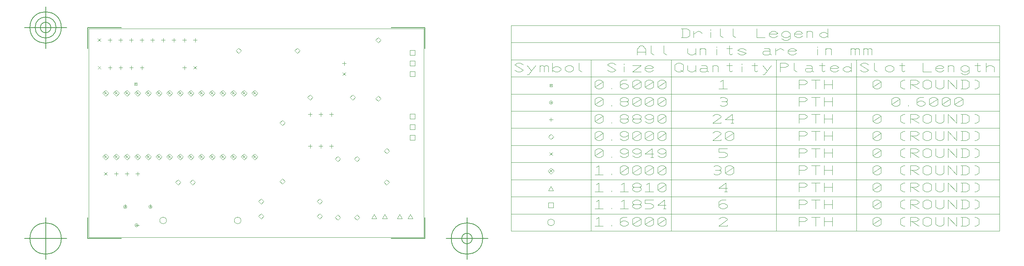
<source format=gbr>
G04 Generated by Ultiboard 14.0 *
%FSLAX34Y34*%
%MOMM*%

%ADD11C,0.0100*%
%ADD12C,0.1000*%
%ADD13C,0.0010*%
%ADD14C,0.1270*%


G04 ColorRGB 000000 for the following layer *
%LNDrill Symbols-Copper Top-Copper Bottom*%
%LPD*%
G54D11*
X46495Y406400D02*
X55385Y406400D01*
X50940Y401955D02*
X50940Y410845D01*
X22022Y409918D02*
X29057Y402882D01*
X22022Y402882D02*
X29057Y409918D01*
X71895Y406400D02*
X80785Y406400D01*
X76340Y401955D02*
X76340Y410845D01*
X122695Y406400D02*
X131585Y406400D01*
X127140Y401955D02*
X127140Y410845D01*
X97295Y406400D02*
X106185Y406400D01*
X101740Y401955D02*
X101740Y410845D01*
X97155Y472440D02*
X106045Y472440D01*
X101600Y467995D02*
X101600Y476885D01*
X21882Y468922D02*
X28918Y475958D01*
X21882Y475958D02*
X28918Y468922D01*
X71755Y472440D02*
X80645Y472440D01*
X76200Y467995D02*
X76200Y476885D01*
X46355Y472440D02*
X55245Y472440D01*
X50800Y467995D02*
X50800Y476885D01*
X147955Y472440D02*
X156845Y472440D01*
X152400Y467995D02*
X152400Y476885D01*
X122555Y472440D02*
X131445Y472440D01*
X127000Y467995D02*
X127000Y476885D01*
X173355Y472440D02*
X182245Y472440D01*
X177800Y467995D02*
X177800Y476885D01*
X224155Y472440D02*
X233045Y472440D01*
X228600Y467995D02*
X228600Y476885D01*
X198755Y472440D02*
X207645Y472440D01*
X203200Y467995D02*
X203200Y476885D01*
X249555Y472440D02*
X258445Y472440D01*
X254000Y467995D02*
X254000Y476885D01*
X250482Y402882D02*
X257518Y409918D01*
X250482Y409918D02*
X257518Y402882D01*
X224155Y406400D02*
X233045Y406400D01*
X228600Y401955D02*
X228600Y410845D01*
X606082Y387642D02*
X613118Y394678D01*
X606082Y394678D02*
X613118Y387642D01*
X609600Y412115D02*
X609600Y421005D01*
X605155Y416560D02*
X614045Y416560D01*
X629920Y328916D02*
X636284Y335280D01*
X629920Y341644D01*
X623556Y335280D01*
X629920Y328916D01*
X528320Y328916D02*
X534684Y335280D01*
X528320Y341644D01*
X521956Y335280D01*
X528320Y328916D01*
X523875Y294640D02*
X532765Y294640D01*
X528320Y290195D02*
X528320Y299085D01*
X549275Y218440D02*
X558165Y218440D01*
X553720Y213995D02*
X553720Y222885D01*
X574675Y218440D02*
X583565Y218440D01*
X579120Y213995D02*
X579120Y222885D01*
X549275Y294640D02*
X558165Y294640D01*
X553720Y290195D02*
X553720Y299085D01*
X574675Y294640D02*
X583565Y294640D01*
X579120Y290195D02*
X579120Y299085D01*
X523875Y218440D02*
X532765Y218440D01*
X528320Y213995D02*
X528320Y222885D01*
X248360Y125716D02*
X254724Y132080D01*
X248360Y138444D01*
X241996Y132080D01*
X248360Y125716D01*
X213360Y125716D02*
X219724Y132080D01*
X213360Y138444D01*
X206996Y132080D01*
X213360Y125716D01*
X711200Y200716D02*
X717564Y207080D01*
X711200Y213444D01*
X704836Y207080D01*
X711200Y200716D01*
X710700Y125716D02*
X717064Y132080D01*
X710700Y138444D01*
X704336Y132080D01*
X710700Y125716D01*
X86995Y152400D02*
X95885Y152400D01*
X91440Y147955D02*
X91440Y156845D01*
X61595Y152400D02*
X70485Y152400D01*
X66040Y147955D02*
X66040Y156845D01*
X37122Y148882D02*
X44158Y155918D01*
X37122Y155918D02*
X44158Y148882D01*
X112395Y152400D02*
X121285Y152400D01*
X116840Y147955D02*
X116840Y156845D01*
X110320Y29200D02*
G75*
D01*
G02X110320Y29200I4000J0*
G01*
X112764Y28057D02*
X112764Y29771D01*
X113653Y30914D01*
X114542Y30914D01*
X115431Y29771D01*
X115431Y28057D01*
X112764Y28914D02*
X115431Y28914D01*
X114320Y29200D02*
X120320Y29200D01*
X83320Y73200D02*
G75*
D01*
G02X83320Y73200I4000J0*
G01*
X85764Y72057D02*
X85764Y73771D01*
X86653Y74914D01*
X87542Y74914D01*
X88431Y73771D01*
X88431Y72057D01*
X85764Y72914D02*
X88431Y72914D01*
X87320Y73200D02*
X87320Y79200D01*
X143320Y73200D02*
G75*
D01*
G02X143320Y73200I4000J0*
G01*
X145764Y72057D02*
X145764Y73771D01*
X146653Y74914D01*
X147542Y74914D01*
X148431Y73771D01*
X148431Y72057D01*
X145764Y72914D02*
X148431Y72914D01*
X147320Y73200D02*
X147320Y79200D01*
X109500Y364500D02*
X115500Y364500D01*
X115500Y370500D01*
X109500Y370500D01*
X109500Y364500D01*
X111333Y366643D02*
X111333Y367929D01*
X112000Y368786D01*
X112667Y368786D01*
X113333Y367929D01*
X113333Y366643D01*
X111333Y367286D02*
X113333Y367286D01*
X690880Y326076D02*
X697244Y332440D01*
X690880Y338804D01*
X684516Y332440D01*
X690880Y326076D01*
X690880Y466076D02*
X697244Y472440D01*
X690880Y478804D01*
X684516Y472440D01*
X690880Y466076D01*
X357840Y440676D02*
X364204Y447040D01*
X357840Y453404D01*
X351476Y447040D01*
X357840Y440676D01*
X497840Y440676D02*
X504204Y447040D01*
X497840Y453404D01*
X491476Y447040D01*
X497840Y440676D01*
X640080Y41596D02*
X646444Y47960D01*
X640080Y54324D01*
X633716Y47960D01*
X640080Y41596D01*
X640080Y181596D02*
X646444Y187960D01*
X640080Y194324D01*
X633716Y187960D01*
X640080Y181596D01*
X594360Y41596D02*
X600724Y47960D01*
X594360Y54324D01*
X587996Y47960D01*
X594360Y41596D01*
X594360Y181596D02*
X600724Y187960D01*
X594360Y194324D01*
X587996Y187960D01*
X594360Y181596D01*
X462280Y127956D02*
X468644Y134320D01*
X462280Y140684D01*
X455916Y134320D01*
X462280Y127956D01*
X462280Y267956D02*
X468644Y274320D01*
X462280Y280684D01*
X455916Y274320D01*
X462280Y267956D01*
X411480Y44436D02*
X417844Y50800D01*
X411480Y57164D01*
X405116Y50800D01*
X411480Y44436D01*
X551480Y44436D02*
X557844Y50800D01*
X551480Y57164D01*
X545116Y50800D01*
X551480Y44436D01*
X411480Y79996D02*
X417844Y86360D01*
X411480Y92724D01*
X405116Y86360D01*
X411480Y79996D01*
X551480Y79996D02*
X557844Y86360D01*
X551480Y92724D01*
X545116Y86360D01*
X551480Y79996D01*
X1099522Y196522D02*
X1106558Y203558D01*
X1099522Y203558D02*
X1106558Y196522D01*
X1103040Y234676D02*
X1109404Y241040D01*
X1103040Y247404D01*
X1096676Y241040D01*
X1103040Y234676D01*
X1098595Y282040D02*
X1107485Y282040D01*
X1103040Y277595D02*
X1103040Y286485D01*
X1101484Y321897D02*
X1101484Y323611D01*
X1102373Y324754D01*
X1103262Y324754D01*
X1104151Y323611D01*
X1104151Y321897D01*
X1101484Y322754D02*
X1104151Y322754D01*
X1099040Y323040D02*
G75*
D01*
G02X1099040Y323040I4000J0*
G01*
X1100040Y361040D02*
X1106040Y361040D01*
X1106040Y367040D01*
X1100040Y367040D01*
X1100040Y361040D01*
X1101873Y363183D02*
X1101873Y364469D01*
X1102540Y365326D01*
X1103207Y365326D01*
X1103873Y364469D01*
X1103873Y363183D01*
X1101873Y363826D02*
X1103873Y363826D01*
G54D12*
X169800Y40640D02*
G75*
D01*
G02X169800Y40640I8000J0*
G01*
X347600Y40640D02*
G75*
D01*
G02X347600Y40640I8000J0*
G01*
X766233Y283633D02*
X778087Y283633D01*
X778087Y295487D01*
X766233Y295487D01*
X766233Y283633D01*
X766233Y232833D02*
X778087Y232833D01*
X778087Y244687D01*
X766233Y244687D01*
X766233Y232833D01*
X766233Y258233D02*
X778087Y258233D01*
X778087Y270087D01*
X766233Y270087D01*
X766233Y258233D01*
X674815Y44895D02*
X686625Y44895D01*
X680720Y54975D01*
X674815Y44895D01*
X700215Y44895D02*
X712025Y44895D01*
X706120Y54975D01*
X700215Y44895D01*
X735775Y44895D02*
X747585Y44895D01*
X741680Y54975D01*
X735775Y44895D01*
X761175Y44895D02*
X772985Y44895D01*
X767080Y54975D01*
X761175Y44895D01*
X396240Y338369D02*
X403311Y345440D01*
X396240Y352511D01*
X389169Y345440D01*
X396240Y338369D01*
X394296Y344011D02*
X394296Y346154D01*
X395407Y347583D01*
X396518Y347583D01*
X397629Y346154D01*
X397629Y344011D01*
X394296Y345083D02*
X397629Y345083D01*
X370840Y338369D02*
X377911Y345440D01*
X370840Y352511D01*
X363769Y345440D01*
X370840Y338369D01*
X368896Y344011D02*
X368896Y346154D01*
X370007Y347583D01*
X371118Y347583D01*
X372229Y346154D01*
X372229Y344011D01*
X368896Y345083D02*
X372229Y345083D01*
X345440Y338369D02*
X352511Y345440D01*
X345440Y352511D01*
X338369Y345440D01*
X345440Y338369D01*
X343496Y344011D02*
X343496Y346154D01*
X344607Y347583D01*
X345718Y347583D01*
X346829Y346154D01*
X346829Y344011D01*
X343496Y345083D02*
X346829Y345083D01*
X320040Y338369D02*
X327111Y345440D01*
X320040Y352511D01*
X312969Y345440D01*
X320040Y338369D01*
X318096Y344011D02*
X318096Y346154D01*
X319207Y347583D01*
X320318Y347583D01*
X321429Y346154D01*
X321429Y344011D01*
X318096Y345083D02*
X321429Y345083D01*
X294640Y338369D02*
X301711Y345440D01*
X294640Y352511D01*
X287569Y345440D01*
X294640Y338369D01*
X292696Y344011D02*
X292696Y346154D01*
X293807Y347583D01*
X294918Y347583D01*
X296029Y346154D01*
X296029Y344011D01*
X292696Y345083D02*
X296029Y345083D01*
X269240Y338369D02*
X276311Y345440D01*
X269240Y352511D01*
X262169Y345440D01*
X269240Y338369D01*
X267296Y344011D02*
X267296Y346154D01*
X268407Y347583D01*
X269518Y347583D01*
X270629Y346154D01*
X270629Y344011D01*
X267296Y345083D02*
X270629Y345083D01*
X243840Y338369D02*
X250911Y345440D01*
X243840Y352511D01*
X236769Y345440D01*
X243840Y338369D01*
X241896Y344011D02*
X241896Y346154D01*
X243007Y347583D01*
X244118Y347583D01*
X245229Y346154D01*
X245229Y344011D01*
X241896Y345083D02*
X245229Y345083D01*
X218440Y338369D02*
X225511Y345440D01*
X218440Y352511D01*
X211369Y345440D01*
X218440Y338369D01*
X216496Y344011D02*
X216496Y346154D01*
X217607Y347583D01*
X218718Y347583D01*
X219829Y346154D01*
X219829Y344011D01*
X216496Y345083D02*
X219829Y345083D01*
X193040Y338369D02*
X200111Y345440D01*
X193040Y352511D01*
X185969Y345440D01*
X193040Y338369D01*
X191096Y344011D02*
X191096Y346154D01*
X192207Y347583D01*
X193318Y347583D01*
X194429Y346154D01*
X194429Y344011D01*
X191096Y345083D02*
X194429Y345083D01*
X167640Y338369D02*
X174711Y345440D01*
X167640Y352511D01*
X160569Y345440D01*
X167640Y338369D01*
X165696Y344011D02*
X165696Y346154D01*
X166807Y347583D01*
X167918Y347583D01*
X169029Y346154D01*
X169029Y344011D01*
X165696Y345083D02*
X169029Y345083D01*
X142240Y338369D02*
X149311Y345440D01*
X142240Y352511D01*
X135169Y345440D01*
X142240Y338369D01*
X140296Y344011D02*
X140296Y346154D01*
X141407Y347583D01*
X142518Y347583D01*
X143629Y346154D01*
X143629Y344011D01*
X140296Y345083D02*
X143629Y345083D01*
X116840Y338369D02*
X123911Y345440D01*
X116840Y352511D01*
X109769Y345440D01*
X116840Y338369D01*
X114896Y344011D02*
X114896Y346154D01*
X116007Y347583D01*
X117118Y347583D01*
X118229Y346154D01*
X118229Y344011D01*
X114896Y345083D02*
X118229Y345083D01*
X91440Y338369D02*
X98511Y345440D01*
X91440Y352511D01*
X84369Y345440D01*
X91440Y338369D01*
X89496Y344011D02*
X89496Y346154D01*
X90607Y347583D01*
X91718Y347583D01*
X92829Y346154D01*
X92829Y344011D01*
X89496Y345083D02*
X92829Y345083D01*
X66040Y338369D02*
X73111Y345440D01*
X66040Y352511D01*
X58969Y345440D01*
X66040Y338369D01*
X64096Y344011D02*
X64096Y346154D01*
X65207Y347583D01*
X66318Y347583D01*
X67429Y346154D01*
X67429Y344011D01*
X64096Y345083D02*
X67429Y345083D01*
X40640Y338369D02*
X47711Y345440D01*
X40640Y352511D01*
X33569Y345440D01*
X40640Y338369D01*
X38696Y344011D02*
X38696Y346154D01*
X39807Y347583D01*
X40918Y347583D01*
X42029Y346154D01*
X42029Y344011D01*
X38696Y345083D02*
X42029Y345083D01*
X396240Y185969D02*
X403311Y193040D01*
X396240Y200111D01*
X389169Y193040D01*
X396240Y185969D01*
X394296Y191611D02*
X394296Y193754D01*
X395407Y195183D01*
X396518Y195183D01*
X397629Y193754D01*
X397629Y191611D01*
X394296Y192683D02*
X397629Y192683D01*
X370840Y185969D02*
X377911Y193040D01*
X370840Y200111D01*
X363769Y193040D01*
X370840Y185969D01*
X368896Y191611D02*
X368896Y193754D01*
X370007Y195183D01*
X371118Y195183D01*
X372229Y193754D01*
X372229Y191611D01*
X368896Y192683D02*
X372229Y192683D01*
X345440Y185969D02*
X352511Y193040D01*
X345440Y200111D01*
X338369Y193040D01*
X345440Y185969D01*
X343496Y191611D02*
X343496Y193754D01*
X344607Y195183D01*
X345718Y195183D01*
X346829Y193754D01*
X346829Y191611D01*
X343496Y192683D02*
X346829Y192683D01*
X320040Y185969D02*
X327111Y193040D01*
X320040Y200111D01*
X312969Y193040D01*
X320040Y185969D01*
X318096Y191611D02*
X318096Y193754D01*
X319207Y195183D01*
X320318Y195183D01*
X321429Y193754D01*
X321429Y191611D01*
X318096Y192683D02*
X321429Y192683D01*
X294640Y185969D02*
X301711Y193040D01*
X294640Y200111D01*
X287569Y193040D01*
X294640Y185969D01*
X292696Y191611D02*
X292696Y193754D01*
X293807Y195183D01*
X294918Y195183D01*
X296029Y193754D01*
X296029Y191611D01*
X292696Y192683D02*
X296029Y192683D01*
X269240Y185969D02*
X276311Y193040D01*
X269240Y200111D01*
X262169Y193040D01*
X269240Y185969D01*
X267296Y191611D02*
X267296Y193754D01*
X268407Y195183D01*
X269518Y195183D01*
X270629Y193754D01*
X270629Y191611D01*
X267296Y192683D02*
X270629Y192683D01*
X243840Y185969D02*
X250911Y193040D01*
X243840Y200111D01*
X236769Y193040D01*
X243840Y185969D01*
X241896Y191611D02*
X241896Y193754D01*
X243007Y195183D01*
X244118Y195183D01*
X245229Y193754D01*
X245229Y191611D01*
X241896Y192683D02*
X245229Y192683D01*
X218440Y185969D02*
X225511Y193040D01*
X218440Y200111D01*
X211369Y193040D01*
X218440Y185969D01*
X216496Y191611D02*
X216496Y193754D01*
X217607Y195183D01*
X218718Y195183D01*
X219829Y193754D01*
X219829Y191611D01*
X216496Y192683D02*
X219829Y192683D01*
X193040Y185969D02*
X200111Y193040D01*
X193040Y200111D01*
X185969Y193040D01*
X193040Y185969D01*
X191096Y191611D02*
X191096Y193754D01*
X192207Y195183D01*
X193318Y195183D01*
X194429Y193754D01*
X194429Y191611D01*
X191096Y192683D02*
X194429Y192683D01*
X167640Y185969D02*
X174711Y193040D01*
X167640Y200111D01*
X160569Y193040D01*
X167640Y185969D01*
X165696Y191611D02*
X165696Y193754D01*
X166807Y195183D01*
X167918Y195183D01*
X169029Y193754D01*
X169029Y191611D01*
X165696Y192683D02*
X169029Y192683D01*
X142240Y185969D02*
X149311Y193040D01*
X142240Y200111D01*
X135169Y193040D01*
X142240Y185969D01*
X140296Y191611D02*
X140296Y193754D01*
X141407Y195183D01*
X142518Y195183D01*
X143629Y193754D01*
X143629Y191611D01*
X140296Y192683D02*
X143629Y192683D01*
X116840Y185969D02*
X123911Y193040D01*
X116840Y200111D01*
X109769Y193040D01*
X116840Y185969D01*
X114896Y191611D02*
X114896Y193754D01*
X116007Y195183D01*
X117118Y195183D01*
X118229Y193754D01*
X118229Y191611D01*
X114896Y192683D02*
X118229Y192683D01*
X91440Y185969D02*
X98511Y193040D01*
X91440Y200111D01*
X84369Y193040D01*
X91440Y185969D01*
X89496Y191611D02*
X89496Y193754D01*
X90607Y195183D01*
X91718Y195183D01*
X92829Y193754D01*
X92829Y191611D01*
X89496Y192683D02*
X92829Y192683D01*
X66040Y185969D02*
X73111Y193040D01*
X66040Y200111D01*
X58969Y193040D01*
X66040Y185969D01*
X64096Y191611D02*
X64096Y193754D01*
X65207Y195183D01*
X66318Y195183D01*
X67429Y193754D01*
X67429Y191611D01*
X64096Y192683D02*
X67429Y192683D01*
X40640Y185969D02*
X47711Y193040D01*
X40640Y200111D01*
X33569Y193040D01*
X40640Y185969D01*
X38696Y191611D02*
X38696Y193754D01*
X39807Y195183D01*
X40918Y195183D01*
X42029Y193754D01*
X42029Y191611D01*
X38696Y192683D02*
X42029Y192683D01*
X766233Y385233D02*
X778087Y385233D01*
X778087Y397087D01*
X766233Y397087D01*
X766233Y385233D01*
X766233Y410633D02*
X778087Y410633D01*
X778087Y422487D01*
X766233Y422487D01*
X766233Y410633D01*
X766233Y436033D02*
X778087Y436033D01*
X778087Y447887D01*
X766233Y447887D01*
X766233Y436033D01*
X1095040Y36040D02*
G75*
D01*
G02X1095040Y36040I8000J0*
G01*
X1210707Y44611D02*
X1217373Y48897D01*
X1217373Y27469D01*
X1207373Y27469D02*
X1227373Y27469D01*
X1247373Y27469D02*
X1247373Y29611D01*
X1284040Y48897D02*
X1274040Y48897D01*
X1267373Y44611D01*
X1267373Y36040D01*
X1267373Y31754D01*
X1274040Y27469D01*
X1280707Y27469D01*
X1287373Y31754D01*
X1287373Y36040D01*
X1280707Y40326D01*
X1274040Y40326D01*
X1267373Y36040D01*
X1297373Y44611D02*
X1304040Y48897D01*
X1310707Y48897D01*
X1317373Y44611D01*
X1317373Y31754D01*
X1310707Y27469D01*
X1304040Y27469D01*
X1297373Y31754D01*
X1297373Y44611D01*
X1317373Y44611D02*
X1297373Y31754D01*
X1327373Y44611D02*
X1334040Y48897D01*
X1340707Y48897D01*
X1347373Y44611D01*
X1347373Y31754D01*
X1340707Y27469D01*
X1334040Y27469D01*
X1327373Y31754D01*
X1327373Y44611D01*
X1347373Y44611D02*
X1327373Y31754D01*
X1357373Y44611D02*
X1364040Y48897D01*
X1370707Y48897D01*
X1377373Y44611D01*
X1377373Y31754D01*
X1370707Y27469D01*
X1364040Y27469D01*
X1357373Y31754D01*
X1357373Y44611D01*
X1377373Y44611D02*
X1357373Y31754D01*
X1503373Y44611D02*
X1510040Y48897D01*
X1516707Y48897D01*
X1523373Y44611D01*
X1523373Y42469D01*
X1503373Y27469D01*
X1523373Y27469D01*
X1523373Y29611D01*
X1694373Y27469D02*
X1694373Y48897D01*
X1707707Y48897D01*
X1714373Y44611D01*
X1714373Y42469D01*
X1707707Y38183D01*
X1694373Y38183D01*
X1734373Y27469D02*
X1734373Y48897D01*
X1724373Y48897D02*
X1744373Y48897D01*
X1754373Y27469D02*
X1754373Y48897D01*
X1774373Y27469D02*
X1774373Y48897D01*
X1754373Y38183D02*
X1774373Y38183D01*
X1870373Y44611D02*
X1877040Y48897D01*
X1883707Y48897D01*
X1890373Y44611D01*
X1890373Y31754D01*
X1883707Y27469D01*
X1877040Y27469D01*
X1870373Y31754D01*
X1870373Y44611D01*
X1890373Y44611D02*
X1870373Y31754D01*
X1947040Y27469D02*
X1943707Y27469D01*
X1937040Y31754D01*
X1937040Y44611D01*
X1943707Y48897D01*
X1947040Y48897D01*
X1960373Y27469D02*
X1960373Y48897D01*
X1973707Y48897D01*
X1980373Y44611D01*
X1980373Y42469D01*
X1973707Y38183D01*
X1960373Y38183D01*
X1963707Y38183D02*
X1980373Y27469D01*
X1990373Y31754D02*
X1997040Y27469D01*
X2003707Y27469D01*
X2010373Y31754D01*
X2010373Y44611D01*
X2003707Y48897D01*
X1997040Y48897D01*
X1990373Y44611D01*
X1990373Y31754D01*
X2020373Y48897D02*
X2020373Y31754D01*
X2027040Y27469D01*
X2033707Y27469D01*
X2040373Y31754D01*
X2040373Y48897D01*
X2050373Y27469D02*
X2050373Y48897D01*
X2070373Y27469D01*
X2070373Y48897D01*
X2080373Y27469D02*
X2093707Y27469D01*
X2100373Y31754D01*
X2100373Y44611D01*
X2093707Y48897D01*
X2080373Y48897D01*
X2083707Y48897D02*
X2083707Y27469D01*
X2113707Y48897D02*
X2117040Y48897D01*
X2123707Y44611D01*
X2123707Y31754D01*
X2117040Y27469D01*
X2113707Y27469D01*
X1097113Y71113D02*
X1108967Y71113D01*
X1108967Y82967D01*
X1097113Y82967D01*
X1097113Y71113D01*
X1210707Y85611D02*
X1217373Y89897D01*
X1217373Y68469D01*
X1207373Y68469D02*
X1227373Y68469D01*
X1247373Y68469D02*
X1247373Y70611D01*
X1270707Y85611D02*
X1277373Y89897D01*
X1277373Y68469D01*
X1267373Y68469D02*
X1287373Y68469D01*
X1310707Y68469D02*
X1304040Y68469D01*
X1297373Y72754D01*
X1297373Y77040D01*
X1300707Y79183D01*
X1297373Y81326D01*
X1297373Y85611D01*
X1304040Y89897D01*
X1310707Y89897D01*
X1317373Y85611D01*
X1317373Y81326D01*
X1314040Y79183D01*
X1317373Y77040D01*
X1317373Y72754D01*
X1310707Y68469D01*
X1300707Y79183D02*
X1314040Y79183D01*
X1347373Y89897D02*
X1327373Y89897D01*
X1327373Y81326D01*
X1340707Y81326D01*
X1347373Y77040D01*
X1347373Y72754D01*
X1340707Y68469D01*
X1327373Y68469D01*
X1377373Y77040D02*
X1357373Y77040D01*
X1374040Y89897D01*
X1374040Y68469D01*
X1370707Y68469D02*
X1377373Y68469D01*
X1520040Y89897D02*
X1510040Y89897D01*
X1503373Y85611D01*
X1503373Y77040D01*
X1503373Y72754D01*
X1510040Y68469D01*
X1516707Y68469D01*
X1523373Y72754D01*
X1523373Y77040D01*
X1516707Y81326D01*
X1510040Y81326D01*
X1503373Y77040D01*
X1694373Y68469D02*
X1694373Y89897D01*
X1707707Y89897D01*
X1714373Y85611D01*
X1714373Y83469D01*
X1707707Y79183D01*
X1694373Y79183D01*
X1734373Y68469D02*
X1734373Y89897D01*
X1724373Y89897D02*
X1744373Y89897D01*
X1754373Y68469D02*
X1754373Y89897D01*
X1774373Y68469D02*
X1774373Y89897D01*
X1754373Y79183D02*
X1774373Y79183D01*
X1870373Y85611D02*
X1877040Y89897D01*
X1883707Y89897D01*
X1890373Y85611D01*
X1890373Y72754D01*
X1883707Y68469D01*
X1877040Y68469D01*
X1870373Y72754D01*
X1870373Y85611D01*
X1890373Y85611D02*
X1870373Y72754D01*
X1947040Y68469D02*
X1943707Y68469D01*
X1937040Y72754D01*
X1937040Y85611D01*
X1943707Y89897D01*
X1947040Y89897D01*
X1960373Y68469D02*
X1960373Y89897D01*
X1973707Y89897D01*
X1980373Y85611D01*
X1980373Y83469D01*
X1973707Y79183D01*
X1960373Y79183D01*
X1963707Y79183D02*
X1980373Y68469D01*
X1990373Y72754D02*
X1997040Y68469D01*
X2003707Y68469D01*
X2010373Y72754D01*
X2010373Y85611D01*
X2003707Y89897D01*
X1997040Y89897D01*
X1990373Y85611D01*
X1990373Y72754D01*
X2020373Y89897D02*
X2020373Y72754D01*
X2027040Y68469D01*
X2033707Y68469D01*
X2040373Y72754D01*
X2040373Y89897D01*
X2050373Y68469D02*
X2050373Y89897D01*
X2070373Y68469D01*
X2070373Y89897D01*
X2080373Y68469D02*
X2093707Y68469D01*
X2100373Y72754D01*
X2100373Y85611D01*
X2093707Y89897D01*
X2080373Y89897D01*
X2083707Y89897D02*
X2083707Y68469D01*
X2113707Y89897D02*
X2117040Y89897D01*
X2123707Y85611D01*
X2123707Y72754D01*
X2117040Y68469D01*
X2113707Y68469D01*
X1097135Y112135D02*
X1108945Y112135D01*
X1103040Y122215D01*
X1097135Y112135D01*
X1210707Y126611D02*
X1217373Y130897D01*
X1217373Y109469D01*
X1207373Y109469D02*
X1227373Y109469D01*
X1247373Y109469D02*
X1247373Y111611D01*
X1270707Y126611D02*
X1277373Y130897D01*
X1277373Y109469D01*
X1267373Y109469D02*
X1287373Y109469D01*
X1310707Y109469D02*
X1304040Y109469D01*
X1297373Y113754D01*
X1297373Y118040D01*
X1300707Y120183D01*
X1297373Y122326D01*
X1297373Y126611D01*
X1304040Y130897D01*
X1310707Y130897D01*
X1317373Y126611D01*
X1317373Y122326D01*
X1314040Y120183D01*
X1317373Y118040D01*
X1317373Y113754D01*
X1310707Y109469D01*
X1300707Y120183D02*
X1314040Y120183D01*
X1330707Y126611D02*
X1337373Y130897D01*
X1337373Y109469D01*
X1327373Y109469D02*
X1347373Y109469D01*
X1357373Y126611D02*
X1364040Y130897D01*
X1370707Y130897D01*
X1377373Y126611D01*
X1377373Y113754D01*
X1370707Y109469D01*
X1364040Y109469D01*
X1357373Y113754D01*
X1357373Y126611D01*
X1377373Y126611D02*
X1357373Y113754D01*
X1523373Y118040D02*
X1503373Y118040D01*
X1520040Y130897D01*
X1520040Y109469D01*
X1516707Y109469D02*
X1523373Y109469D01*
X1694373Y109469D02*
X1694373Y130897D01*
X1707707Y130897D01*
X1714373Y126611D01*
X1714373Y124469D01*
X1707707Y120183D01*
X1694373Y120183D01*
X1734373Y109469D02*
X1734373Y130897D01*
X1724373Y130897D02*
X1744373Y130897D01*
X1754373Y109469D02*
X1754373Y130897D01*
X1774373Y109469D02*
X1774373Y130897D01*
X1754373Y120183D02*
X1774373Y120183D01*
X1870373Y126611D02*
X1877040Y130897D01*
X1883707Y130897D01*
X1890373Y126611D01*
X1890373Y113754D01*
X1883707Y109469D01*
X1877040Y109469D01*
X1870373Y113754D01*
X1870373Y126611D01*
X1890373Y126611D02*
X1870373Y113754D01*
X1947040Y109469D02*
X1943707Y109469D01*
X1937040Y113754D01*
X1937040Y126611D01*
X1943707Y130897D01*
X1947040Y130897D01*
X1960373Y109469D02*
X1960373Y130897D01*
X1973707Y130897D01*
X1980373Y126611D01*
X1980373Y124469D01*
X1973707Y120183D01*
X1960373Y120183D01*
X1963707Y120183D02*
X1980373Y109469D01*
X1990373Y113754D02*
X1997040Y109469D01*
X2003707Y109469D01*
X2010373Y113754D01*
X2010373Y126611D01*
X2003707Y130897D01*
X1997040Y130897D01*
X1990373Y126611D01*
X1990373Y113754D01*
X2020373Y130897D02*
X2020373Y113754D01*
X2027040Y109469D01*
X2033707Y109469D01*
X2040373Y113754D01*
X2040373Y130897D01*
X2050373Y109469D02*
X2050373Y130897D01*
X2070373Y109469D01*
X2070373Y130897D01*
X2080373Y109469D02*
X2093707Y109469D01*
X2100373Y113754D01*
X2100373Y126611D01*
X2093707Y130897D01*
X2080373Y130897D01*
X2083707Y130897D02*
X2083707Y109469D01*
X2113707Y130897D02*
X2117040Y130897D01*
X2123707Y126611D01*
X2123707Y113754D01*
X2117040Y109469D01*
X2113707Y109469D01*
X1103040Y151969D02*
X1110111Y159040D01*
X1103040Y166111D01*
X1095969Y159040D01*
X1103040Y151969D01*
X1101096Y157611D02*
X1101096Y159754D01*
X1102207Y161183D01*
X1103318Y161183D01*
X1104429Y159754D01*
X1104429Y157611D01*
X1101096Y158683D02*
X1104429Y158683D01*
X1210707Y167611D02*
X1217373Y171897D01*
X1217373Y150469D01*
X1207373Y150469D02*
X1227373Y150469D01*
X1247373Y150469D02*
X1247373Y152611D01*
X1267373Y167611D02*
X1274040Y171897D01*
X1280707Y171897D01*
X1287373Y167611D01*
X1287373Y154754D01*
X1280707Y150469D01*
X1274040Y150469D01*
X1267373Y154754D01*
X1267373Y167611D01*
X1287373Y167611D02*
X1267373Y154754D01*
X1297373Y167611D02*
X1304040Y171897D01*
X1310707Y171897D01*
X1317373Y167611D01*
X1317373Y154754D01*
X1310707Y150469D01*
X1304040Y150469D01*
X1297373Y154754D01*
X1297373Y167611D01*
X1317373Y167611D02*
X1297373Y154754D01*
X1327373Y167611D02*
X1334040Y171897D01*
X1340707Y171897D01*
X1347373Y167611D01*
X1347373Y154754D01*
X1340707Y150469D01*
X1334040Y150469D01*
X1327373Y154754D01*
X1327373Y167611D01*
X1347373Y167611D02*
X1327373Y154754D01*
X1357373Y167611D02*
X1364040Y171897D01*
X1370707Y171897D01*
X1377373Y167611D01*
X1377373Y154754D01*
X1370707Y150469D01*
X1364040Y150469D01*
X1357373Y154754D01*
X1357373Y167611D01*
X1377373Y167611D02*
X1357373Y154754D01*
X1491707Y169754D02*
X1495040Y171897D01*
X1501707Y171897D01*
X1508373Y167611D01*
X1508373Y163326D01*
X1505040Y161183D01*
X1508373Y159040D01*
X1508373Y154754D01*
X1501707Y150469D01*
X1495040Y150469D01*
X1491707Y152611D01*
X1495040Y161183D02*
X1505040Y161183D01*
X1518373Y167611D02*
X1525040Y171897D01*
X1531707Y171897D01*
X1538373Y167611D01*
X1538373Y154754D01*
X1531707Y150469D01*
X1525040Y150469D01*
X1518373Y154754D01*
X1518373Y167611D01*
X1538373Y167611D02*
X1518373Y154754D01*
X1694373Y150469D02*
X1694373Y171897D01*
X1707707Y171897D01*
X1714373Y167611D01*
X1714373Y165469D01*
X1707707Y161183D01*
X1694373Y161183D01*
X1734373Y150469D02*
X1734373Y171897D01*
X1724373Y171897D02*
X1744373Y171897D01*
X1754373Y150469D02*
X1754373Y171897D01*
X1774373Y150469D02*
X1774373Y171897D01*
X1754373Y161183D02*
X1774373Y161183D01*
X1870373Y167611D02*
X1877040Y171897D01*
X1883707Y171897D01*
X1890373Y167611D01*
X1890373Y154754D01*
X1883707Y150469D01*
X1877040Y150469D01*
X1870373Y154754D01*
X1870373Y167611D01*
X1890373Y167611D02*
X1870373Y154754D01*
X1947040Y150469D02*
X1943707Y150469D01*
X1937040Y154754D01*
X1937040Y167611D01*
X1943707Y171897D01*
X1947040Y171897D01*
X1960373Y150469D02*
X1960373Y171897D01*
X1973707Y171897D01*
X1980373Y167611D01*
X1980373Y165469D01*
X1973707Y161183D01*
X1960373Y161183D01*
X1963707Y161183D02*
X1980373Y150469D01*
X1990373Y154754D02*
X1997040Y150469D01*
X2003707Y150469D01*
X2010373Y154754D01*
X2010373Y167611D01*
X2003707Y171897D01*
X1997040Y171897D01*
X1990373Y167611D01*
X1990373Y154754D01*
X2020373Y171897D02*
X2020373Y154754D01*
X2027040Y150469D01*
X2033707Y150469D01*
X2040373Y154754D01*
X2040373Y171897D01*
X2050373Y150469D02*
X2050373Y171897D01*
X2070373Y150469D01*
X2070373Y171897D01*
X2080373Y150469D02*
X2093707Y150469D01*
X2100373Y154754D01*
X2100373Y167611D01*
X2093707Y171897D01*
X2080373Y171897D01*
X2083707Y171897D02*
X2083707Y150469D01*
X2113707Y171897D02*
X2117040Y171897D01*
X2123707Y167611D01*
X2123707Y154754D01*
X2117040Y150469D01*
X2113707Y150469D01*
X1207373Y208611D02*
X1214040Y212897D01*
X1220707Y212897D01*
X1227373Y208611D01*
X1227373Y195754D01*
X1220707Y191469D01*
X1214040Y191469D01*
X1207373Y195754D01*
X1207373Y208611D01*
X1227373Y208611D02*
X1207373Y195754D01*
X1247373Y191469D02*
X1247373Y193611D01*
X1267373Y195754D02*
X1274040Y191469D01*
X1280707Y191469D01*
X1287373Y195754D01*
X1287373Y204326D01*
X1287373Y208611D01*
X1280707Y212897D01*
X1274040Y212897D01*
X1267373Y208611D01*
X1267373Y204326D01*
X1274040Y200040D01*
X1280707Y200040D01*
X1287373Y204326D01*
X1297373Y195754D02*
X1304040Y191469D01*
X1310707Y191469D01*
X1317373Y195754D01*
X1317373Y204326D01*
X1317373Y208611D01*
X1310707Y212897D01*
X1304040Y212897D01*
X1297373Y208611D01*
X1297373Y204326D01*
X1304040Y200040D01*
X1310707Y200040D01*
X1317373Y204326D01*
X1347373Y200040D02*
X1327373Y200040D01*
X1344040Y212897D01*
X1344040Y191469D01*
X1340707Y191469D02*
X1347373Y191469D01*
X1357373Y195754D02*
X1364040Y191469D01*
X1370707Y191469D01*
X1377373Y195754D01*
X1377373Y204326D01*
X1377373Y208611D01*
X1370707Y212897D01*
X1364040Y212897D01*
X1357373Y208611D01*
X1357373Y204326D01*
X1364040Y200040D01*
X1370707Y200040D01*
X1377373Y204326D01*
X1523373Y212897D02*
X1503373Y212897D01*
X1503373Y204326D01*
X1516707Y204326D01*
X1523373Y200040D01*
X1523373Y195754D01*
X1516707Y191469D01*
X1503373Y191469D01*
X1694373Y191469D02*
X1694373Y212897D01*
X1707707Y212897D01*
X1714373Y208611D01*
X1714373Y206469D01*
X1707707Y202183D01*
X1694373Y202183D01*
X1734373Y191469D02*
X1734373Y212897D01*
X1724373Y212897D02*
X1744373Y212897D01*
X1754373Y191469D02*
X1754373Y212897D01*
X1774373Y191469D02*
X1774373Y212897D01*
X1754373Y202183D02*
X1774373Y202183D01*
X1870373Y208611D02*
X1877040Y212897D01*
X1883707Y212897D01*
X1890373Y208611D01*
X1890373Y195754D01*
X1883707Y191469D01*
X1877040Y191469D01*
X1870373Y195754D01*
X1870373Y208611D01*
X1890373Y208611D02*
X1870373Y195754D01*
X1947040Y191469D02*
X1943707Y191469D01*
X1937040Y195754D01*
X1937040Y208611D01*
X1943707Y212897D01*
X1947040Y212897D01*
X1960373Y191469D02*
X1960373Y212897D01*
X1973707Y212897D01*
X1980373Y208611D01*
X1980373Y206469D01*
X1973707Y202183D01*
X1960373Y202183D01*
X1963707Y202183D02*
X1980373Y191469D01*
X1990373Y195754D02*
X1997040Y191469D01*
X2003707Y191469D01*
X2010373Y195754D01*
X2010373Y208611D01*
X2003707Y212897D01*
X1997040Y212897D01*
X1990373Y208611D01*
X1990373Y195754D01*
X2020373Y212897D02*
X2020373Y195754D01*
X2027040Y191469D01*
X2033707Y191469D01*
X2040373Y195754D01*
X2040373Y212897D01*
X2050373Y191469D02*
X2050373Y212897D01*
X2070373Y191469D01*
X2070373Y212897D01*
X2080373Y191469D02*
X2093707Y191469D01*
X2100373Y195754D01*
X2100373Y208611D01*
X2093707Y212897D01*
X2080373Y212897D01*
X2083707Y212897D02*
X2083707Y191469D01*
X2113707Y212897D02*
X2117040Y212897D01*
X2123707Y208611D01*
X2123707Y195754D01*
X2117040Y191469D01*
X2113707Y191469D01*
X1207373Y249611D02*
X1214040Y253897D01*
X1220707Y253897D01*
X1227373Y249611D01*
X1227373Y236754D01*
X1220707Y232469D01*
X1214040Y232469D01*
X1207373Y236754D01*
X1207373Y249611D01*
X1227373Y249611D02*
X1207373Y236754D01*
X1247373Y232469D02*
X1247373Y234611D01*
X1267373Y236754D02*
X1274040Y232469D01*
X1280707Y232469D01*
X1287373Y236754D01*
X1287373Y245326D01*
X1287373Y249611D01*
X1280707Y253897D01*
X1274040Y253897D01*
X1267373Y249611D01*
X1267373Y245326D01*
X1274040Y241040D01*
X1280707Y241040D01*
X1287373Y245326D01*
X1297373Y249611D02*
X1304040Y253897D01*
X1310707Y253897D01*
X1317373Y249611D01*
X1317373Y236754D01*
X1310707Y232469D01*
X1304040Y232469D01*
X1297373Y236754D01*
X1297373Y249611D01*
X1317373Y249611D02*
X1297373Y236754D01*
X1327373Y249611D02*
X1334040Y253897D01*
X1340707Y253897D01*
X1347373Y249611D01*
X1347373Y236754D01*
X1340707Y232469D01*
X1334040Y232469D01*
X1327373Y236754D01*
X1327373Y249611D01*
X1347373Y249611D02*
X1327373Y236754D01*
X1357373Y249611D02*
X1364040Y253897D01*
X1370707Y253897D01*
X1377373Y249611D01*
X1377373Y236754D01*
X1370707Y232469D01*
X1364040Y232469D01*
X1357373Y236754D01*
X1357373Y249611D01*
X1377373Y249611D02*
X1357373Y236754D01*
X1488373Y249611D02*
X1495040Y253897D01*
X1501707Y253897D01*
X1508373Y249611D01*
X1508373Y247469D01*
X1488373Y232469D01*
X1508373Y232469D01*
X1508373Y234611D01*
X1518373Y249611D02*
X1525040Y253897D01*
X1531707Y253897D01*
X1538373Y249611D01*
X1538373Y236754D01*
X1531707Y232469D01*
X1525040Y232469D01*
X1518373Y236754D01*
X1518373Y249611D01*
X1538373Y249611D02*
X1518373Y236754D01*
X1694373Y232469D02*
X1694373Y253897D01*
X1707707Y253897D01*
X1714373Y249611D01*
X1714373Y247469D01*
X1707707Y243183D01*
X1694373Y243183D01*
X1734373Y232469D02*
X1734373Y253897D01*
X1724373Y253897D02*
X1744373Y253897D01*
X1754373Y232469D02*
X1754373Y253897D01*
X1774373Y232469D02*
X1774373Y253897D01*
X1754373Y243183D02*
X1774373Y243183D01*
X1870373Y249611D02*
X1877040Y253897D01*
X1883707Y253897D01*
X1890373Y249611D01*
X1890373Y236754D01*
X1883707Y232469D01*
X1877040Y232469D01*
X1870373Y236754D01*
X1870373Y249611D01*
X1890373Y249611D02*
X1870373Y236754D01*
X1947040Y232469D02*
X1943707Y232469D01*
X1937040Y236754D01*
X1937040Y249611D01*
X1943707Y253897D01*
X1947040Y253897D01*
X1960373Y232469D02*
X1960373Y253897D01*
X1973707Y253897D01*
X1980373Y249611D01*
X1980373Y247469D01*
X1973707Y243183D01*
X1960373Y243183D01*
X1963707Y243183D02*
X1980373Y232469D01*
X1990373Y236754D02*
X1997040Y232469D01*
X2003707Y232469D01*
X2010373Y236754D01*
X2010373Y249611D01*
X2003707Y253897D01*
X1997040Y253897D01*
X1990373Y249611D01*
X1990373Y236754D01*
X2020373Y253897D02*
X2020373Y236754D01*
X2027040Y232469D01*
X2033707Y232469D01*
X2040373Y236754D01*
X2040373Y253897D01*
X2050373Y232469D02*
X2050373Y253897D01*
X2070373Y232469D01*
X2070373Y253897D01*
X2080373Y232469D02*
X2093707Y232469D01*
X2100373Y236754D01*
X2100373Y249611D01*
X2093707Y253897D01*
X2080373Y253897D01*
X2083707Y253897D02*
X2083707Y232469D01*
X2113707Y253897D02*
X2117040Y253897D01*
X2123707Y249611D01*
X2123707Y236754D01*
X2117040Y232469D01*
X2113707Y232469D01*
X1207373Y290611D02*
X1214040Y294897D01*
X1220707Y294897D01*
X1227373Y290611D01*
X1227373Y277754D01*
X1220707Y273469D01*
X1214040Y273469D01*
X1207373Y277754D01*
X1207373Y290611D01*
X1227373Y290611D02*
X1207373Y277754D01*
X1247373Y273469D02*
X1247373Y275611D01*
X1280707Y273469D02*
X1274040Y273469D01*
X1267373Y277754D01*
X1267373Y282040D01*
X1270707Y284183D01*
X1267373Y286326D01*
X1267373Y290611D01*
X1274040Y294897D01*
X1280707Y294897D01*
X1287373Y290611D01*
X1287373Y286326D01*
X1284040Y284183D01*
X1287373Y282040D01*
X1287373Y277754D01*
X1280707Y273469D01*
X1270707Y284183D02*
X1284040Y284183D01*
X1310707Y273469D02*
X1304040Y273469D01*
X1297373Y277754D01*
X1297373Y282040D01*
X1300707Y284183D01*
X1297373Y286326D01*
X1297373Y290611D01*
X1304040Y294897D01*
X1310707Y294897D01*
X1317373Y290611D01*
X1317373Y286326D01*
X1314040Y284183D01*
X1317373Y282040D01*
X1317373Y277754D01*
X1310707Y273469D01*
X1300707Y284183D02*
X1314040Y284183D01*
X1327373Y277754D02*
X1334040Y273469D01*
X1340707Y273469D01*
X1347373Y277754D01*
X1347373Y286326D01*
X1347373Y290611D01*
X1340707Y294897D01*
X1334040Y294897D01*
X1327373Y290611D01*
X1327373Y286326D01*
X1334040Y282040D01*
X1340707Y282040D01*
X1347373Y286326D01*
X1357373Y290611D02*
X1364040Y294897D01*
X1370707Y294897D01*
X1377373Y290611D01*
X1377373Y277754D01*
X1370707Y273469D01*
X1364040Y273469D01*
X1357373Y277754D01*
X1357373Y290611D01*
X1377373Y290611D02*
X1357373Y277754D01*
X1488373Y290611D02*
X1495040Y294897D01*
X1501707Y294897D01*
X1508373Y290611D01*
X1508373Y288469D01*
X1488373Y273469D01*
X1508373Y273469D01*
X1508373Y275611D01*
X1538373Y282040D02*
X1518373Y282040D01*
X1535040Y294897D01*
X1535040Y273469D01*
X1531707Y273469D02*
X1538373Y273469D01*
X1694373Y273469D02*
X1694373Y294897D01*
X1707707Y294897D01*
X1714373Y290611D01*
X1714373Y288469D01*
X1707707Y284183D01*
X1694373Y284183D01*
X1734373Y273469D02*
X1734373Y294897D01*
X1724373Y294897D02*
X1744373Y294897D01*
X1754373Y273469D02*
X1754373Y294897D01*
X1774373Y273469D02*
X1774373Y294897D01*
X1754373Y284183D02*
X1774373Y284183D01*
X1870373Y290611D02*
X1877040Y294897D01*
X1883707Y294897D01*
X1890373Y290611D01*
X1890373Y277754D01*
X1883707Y273469D01*
X1877040Y273469D01*
X1870373Y277754D01*
X1870373Y290611D01*
X1890373Y290611D02*
X1870373Y277754D01*
X1947040Y273469D02*
X1943707Y273469D01*
X1937040Y277754D01*
X1937040Y290611D01*
X1943707Y294897D01*
X1947040Y294897D01*
X1960373Y273469D02*
X1960373Y294897D01*
X1973707Y294897D01*
X1980373Y290611D01*
X1980373Y288469D01*
X1973707Y284183D01*
X1960373Y284183D01*
X1963707Y284183D02*
X1980373Y273469D01*
X1990373Y277754D02*
X1997040Y273469D01*
X2003707Y273469D01*
X2010373Y277754D01*
X2010373Y290611D01*
X2003707Y294897D01*
X1997040Y294897D01*
X1990373Y290611D01*
X1990373Y277754D01*
X2020373Y294897D02*
X2020373Y277754D01*
X2027040Y273469D01*
X2033707Y273469D01*
X2040373Y277754D01*
X2040373Y294897D01*
X2050373Y273469D02*
X2050373Y294897D01*
X2070373Y273469D01*
X2070373Y294897D01*
X2080373Y273469D02*
X2093707Y273469D01*
X2100373Y277754D01*
X2100373Y290611D01*
X2093707Y294897D01*
X2080373Y294897D01*
X2083707Y294897D02*
X2083707Y273469D01*
X2113707Y294897D02*
X2117040Y294897D01*
X2123707Y290611D01*
X2123707Y277754D01*
X2117040Y273469D01*
X2113707Y273469D01*
X1207373Y331611D02*
X1214040Y335897D01*
X1220707Y335897D01*
X1227373Y331611D01*
X1227373Y318754D01*
X1220707Y314469D01*
X1214040Y314469D01*
X1207373Y318754D01*
X1207373Y331611D01*
X1227373Y331611D02*
X1207373Y318754D01*
X1247373Y314469D02*
X1247373Y316611D01*
X1280707Y314469D02*
X1274040Y314469D01*
X1267373Y318754D01*
X1267373Y323040D01*
X1270707Y325183D01*
X1267373Y327326D01*
X1267373Y331611D01*
X1274040Y335897D01*
X1280707Y335897D01*
X1287373Y331611D01*
X1287373Y327326D01*
X1284040Y325183D01*
X1287373Y323040D01*
X1287373Y318754D01*
X1280707Y314469D01*
X1270707Y325183D02*
X1284040Y325183D01*
X1297373Y331611D02*
X1304040Y335897D01*
X1310707Y335897D01*
X1317373Y331611D01*
X1317373Y318754D01*
X1310707Y314469D01*
X1304040Y314469D01*
X1297373Y318754D01*
X1297373Y331611D01*
X1317373Y331611D02*
X1297373Y318754D01*
X1327373Y331611D02*
X1334040Y335897D01*
X1340707Y335897D01*
X1347373Y331611D01*
X1347373Y318754D01*
X1340707Y314469D01*
X1334040Y314469D01*
X1327373Y318754D01*
X1327373Y331611D01*
X1347373Y331611D02*
X1327373Y318754D01*
X1357373Y331611D02*
X1364040Y335897D01*
X1370707Y335897D01*
X1377373Y331611D01*
X1377373Y318754D01*
X1370707Y314469D01*
X1364040Y314469D01*
X1357373Y318754D01*
X1357373Y331611D01*
X1377373Y331611D02*
X1357373Y318754D01*
X1506707Y333754D02*
X1510040Y335897D01*
X1516707Y335897D01*
X1523373Y331611D01*
X1523373Y327326D01*
X1520040Y325183D01*
X1523373Y323040D01*
X1523373Y318754D01*
X1516707Y314469D01*
X1510040Y314469D01*
X1506707Y316611D01*
X1510040Y325183D02*
X1520040Y325183D01*
X1694373Y314469D02*
X1694373Y335897D01*
X1707707Y335897D01*
X1714373Y331611D01*
X1714373Y329469D01*
X1707707Y325183D01*
X1694373Y325183D01*
X1734373Y314469D02*
X1734373Y335897D01*
X1724373Y335897D02*
X1744373Y335897D01*
X1754373Y314469D02*
X1754373Y335897D01*
X1774373Y314469D02*
X1774373Y335897D01*
X1754373Y325183D02*
X1774373Y325183D01*
X1915373Y331611D02*
X1922040Y335897D01*
X1928707Y335897D01*
X1935373Y331611D01*
X1935373Y318754D01*
X1928707Y314469D01*
X1922040Y314469D01*
X1915373Y318754D01*
X1915373Y331611D01*
X1935373Y331611D02*
X1915373Y318754D01*
X1955373Y314469D02*
X1955373Y316611D01*
X1992040Y335897D02*
X1982040Y335897D01*
X1975373Y331611D01*
X1975373Y323040D01*
X1975373Y318754D01*
X1982040Y314469D01*
X1988707Y314469D01*
X1995373Y318754D01*
X1995373Y323040D01*
X1988707Y327326D01*
X1982040Y327326D01*
X1975373Y323040D01*
X2005373Y331611D02*
X2012040Y335897D01*
X2018707Y335897D01*
X2025373Y331611D01*
X2025373Y318754D01*
X2018707Y314469D01*
X2012040Y314469D01*
X2005373Y318754D01*
X2005373Y331611D01*
X2025373Y331611D02*
X2005373Y318754D01*
X2035373Y331611D02*
X2042040Y335897D01*
X2048707Y335897D01*
X2055373Y331611D01*
X2055373Y318754D01*
X2048707Y314469D01*
X2042040Y314469D01*
X2035373Y318754D01*
X2035373Y331611D01*
X2055373Y331611D02*
X2035373Y318754D01*
X2065373Y331611D02*
X2072040Y335897D01*
X2078707Y335897D01*
X2085373Y331611D01*
X2085373Y318754D01*
X2078707Y314469D01*
X2072040Y314469D01*
X2065373Y318754D01*
X2065373Y331611D01*
X2085373Y331611D02*
X2065373Y318754D01*
X1207373Y372611D02*
X1214040Y376897D01*
X1220707Y376897D01*
X1227373Y372611D01*
X1227373Y359754D01*
X1220707Y355469D01*
X1214040Y355469D01*
X1207373Y359754D01*
X1207373Y372611D01*
X1227373Y372611D02*
X1207373Y359754D01*
X1247373Y355469D02*
X1247373Y357611D01*
X1284040Y376897D02*
X1274040Y376897D01*
X1267373Y372611D01*
X1267373Y364040D01*
X1267373Y359754D01*
X1274040Y355469D01*
X1280707Y355469D01*
X1287373Y359754D01*
X1287373Y364040D01*
X1280707Y368326D01*
X1274040Y368326D01*
X1267373Y364040D01*
X1297373Y372611D02*
X1304040Y376897D01*
X1310707Y376897D01*
X1317373Y372611D01*
X1317373Y359754D01*
X1310707Y355469D01*
X1304040Y355469D01*
X1297373Y359754D01*
X1297373Y372611D01*
X1317373Y372611D02*
X1297373Y359754D01*
X1327373Y372611D02*
X1334040Y376897D01*
X1340707Y376897D01*
X1347373Y372611D01*
X1347373Y359754D01*
X1340707Y355469D01*
X1334040Y355469D01*
X1327373Y359754D01*
X1327373Y372611D01*
X1347373Y372611D02*
X1327373Y359754D01*
X1357373Y372611D02*
X1364040Y376897D01*
X1370707Y376897D01*
X1377373Y372611D01*
X1377373Y359754D01*
X1370707Y355469D01*
X1364040Y355469D01*
X1357373Y359754D01*
X1357373Y372611D01*
X1377373Y372611D02*
X1357373Y359754D01*
X1506707Y372611D02*
X1513373Y376897D01*
X1513373Y355469D01*
X1503373Y355469D02*
X1523373Y355469D01*
X1694373Y355469D02*
X1694373Y376897D01*
X1707707Y376897D01*
X1714373Y372611D01*
X1714373Y370469D01*
X1707707Y366183D01*
X1694373Y366183D01*
X1734373Y355469D02*
X1734373Y376897D01*
X1724373Y376897D02*
X1744373Y376897D01*
X1754373Y355469D02*
X1754373Y376897D01*
X1774373Y355469D02*
X1774373Y376897D01*
X1754373Y366183D02*
X1774373Y366183D01*
X1870373Y372611D02*
X1877040Y376897D01*
X1883707Y376897D01*
X1890373Y372611D01*
X1890373Y359754D01*
X1883707Y355469D01*
X1877040Y355469D01*
X1870373Y359754D01*
X1870373Y372611D01*
X1890373Y372611D02*
X1870373Y359754D01*
X1947040Y355469D02*
X1943707Y355469D01*
X1937040Y359754D01*
X1937040Y372611D01*
X1943707Y376897D01*
X1947040Y376897D01*
X1960373Y355469D02*
X1960373Y376897D01*
X1973707Y376897D01*
X1980373Y372611D01*
X1980373Y370469D01*
X1973707Y366183D01*
X1960373Y366183D01*
X1963707Y366183D02*
X1980373Y355469D01*
X1990373Y359754D02*
X1997040Y355469D01*
X2003707Y355469D01*
X2010373Y359754D01*
X2010373Y372611D01*
X2003707Y376897D01*
X1997040Y376897D01*
X1990373Y372611D01*
X1990373Y359754D01*
X2020373Y376897D02*
X2020373Y359754D01*
X2027040Y355469D01*
X2033707Y355469D01*
X2040373Y359754D01*
X2040373Y376897D01*
X2050373Y355469D02*
X2050373Y376897D01*
X2070373Y355469D01*
X2070373Y376897D01*
X2080373Y355469D02*
X2093707Y355469D01*
X2100373Y359754D01*
X2100373Y372611D01*
X2093707Y376897D01*
X2080373Y376897D01*
X2083707Y376897D02*
X2083707Y355469D01*
X2113707Y376897D02*
X2117040Y376897D01*
X2123707Y372611D01*
X2123707Y359754D01*
X2117040Y355469D01*
X2113707Y355469D01*
G04 ColorRGB 00FFFF for the following layer *
%LNBoard Outline*%
%LPD*%
G54D10*
G54D13*
X0Y0D02*
X800000Y0D01*
X800000Y500000D01*
X0Y500000D01*
X0Y0D01*
G54D14*
X-2540Y-2540D02*
X-2540Y47968D01*
X-2540Y-2540D02*
X77968Y-2540D01*
X802540Y-2540D02*
X722032Y-2540D01*
X802540Y-2540D02*
X802540Y47968D01*
X802540Y502540D02*
X802540Y452032D01*
X802540Y502540D02*
X722032Y502540D01*
X-2540Y502540D02*
X77968Y502540D01*
X-2540Y502540D02*
X-2540Y452032D01*
X-52540Y-2540D02*
X-152540Y-2540D01*
X-102540Y-52540D02*
X-102540Y47460D01*
X-140040Y-2540D02*
G75*
D01*
G02X-140040Y-2540I37500J0*
G01*
X852540Y-2540D02*
X952540Y-2540D01*
X902540Y-52540D02*
X902540Y47460D01*
X865040Y-2540D02*
G75*
D01*
G02X865040Y-2540I37500J0*
G01*
X890040Y-2540D02*
G75*
D01*
G02X890040Y-2540I12500J0*
G01*
X-52540Y502540D02*
X-152540Y502540D01*
X-102540Y452540D02*
X-102540Y552540D01*
X-140040Y502540D02*
G75*
D01*
G02X-140040Y502540I37500J0*
G01*
X-127540Y502540D02*
G75*
D01*
G02X-127540Y502540I25000J0*
G01*
X-115040Y502540D02*
G75*
D01*
G02X-115040Y502540I12500J0*
G01*
G04 ColorRGB 66FFCC for the following layer *
%LNLegend Description*%
%LPD*%
G54D12*
X1007540Y15540D02*
X2172540Y15540D01*
X2172540Y507540D01*
X1007540Y507540D01*
X1007540Y15540D01*
X1198540Y425540D02*
X1198540Y15540D01*
X1389540Y425540D02*
X1389540Y15540D01*
X1640540Y425540D02*
X1640540Y15540D01*
X1831540Y425540D02*
X1831540Y15540D01*
X2172540Y425540D02*
X2172540Y15540D01*
X1007540Y56540D02*
X2172540Y56540D01*
X1007540Y97540D02*
X2172540Y97540D01*
X1007540Y138540D02*
X2172540Y138540D01*
X1007540Y179540D02*
X2172540Y179540D01*
X1007540Y220540D02*
X2172540Y220540D01*
X1007540Y261540D02*
X2172540Y261540D01*
X1007540Y302540D02*
X2172540Y302540D01*
X1007540Y343540D02*
X2172540Y343540D01*
X1016373Y400754D02*
X1023040Y396469D01*
X1029707Y396469D01*
X1036373Y400754D01*
X1016373Y413611D01*
X1023040Y417897D01*
X1029707Y417897D01*
X1036373Y413611D01*
X1046373Y390040D02*
X1049707Y390040D01*
X1066373Y411469D01*
X1046373Y411469D02*
X1056373Y398611D01*
X1076373Y396469D02*
X1076373Y409326D01*
X1076373Y411469D01*
X1076373Y409326D02*
X1079707Y411469D01*
X1083040Y411469D01*
X1086373Y409326D01*
X1089707Y411469D01*
X1093040Y411469D01*
X1096373Y409326D01*
X1096373Y396469D01*
X1086373Y409326D02*
X1086373Y396469D01*
X1106373Y400754D02*
X1113040Y396469D01*
X1119707Y396469D01*
X1126373Y400754D01*
X1126373Y405040D01*
X1119707Y409326D01*
X1113040Y409326D01*
X1106373Y405040D01*
X1106373Y417897D02*
X1106373Y396469D01*
X1136373Y400754D02*
X1143040Y396469D01*
X1149707Y396469D01*
X1156373Y400754D01*
X1156373Y407183D01*
X1149707Y411469D01*
X1143040Y411469D01*
X1136373Y407183D01*
X1136373Y400754D01*
X1169707Y417897D02*
X1169707Y400754D01*
X1176373Y396469D01*
X1007540Y384540D02*
X2172540Y384540D01*
X1237373Y400754D02*
X1244040Y396469D01*
X1250707Y396469D01*
X1257373Y400754D01*
X1237373Y413611D01*
X1244040Y417897D01*
X1250707Y417897D01*
X1257373Y413611D01*
X1277373Y396469D02*
X1277373Y409326D01*
X1277373Y413611D02*
X1277373Y415754D01*
X1297373Y411469D02*
X1317373Y411469D01*
X1297373Y396469D01*
X1317373Y396469D01*
X1347373Y400754D02*
X1340707Y396469D01*
X1334040Y396469D01*
X1327373Y400754D01*
X1327373Y407183D01*
X1334040Y411469D01*
X1340707Y411469D01*
X1347373Y407183D01*
X1344040Y405040D01*
X1327373Y405040D01*
X1398373Y400754D02*
X1405040Y396469D01*
X1411707Y396469D01*
X1418373Y400754D01*
X1418373Y413611D01*
X1411707Y417897D01*
X1405040Y417897D01*
X1398373Y413611D01*
X1398373Y400754D01*
X1411707Y400754D02*
X1418373Y396469D01*
X1428373Y411469D02*
X1428373Y400754D01*
X1435040Y396469D01*
X1441707Y396469D01*
X1448373Y400754D01*
X1448373Y411469D01*
X1448373Y400754D02*
X1448373Y396469D01*
X1461707Y411469D02*
X1471707Y411469D01*
X1475040Y409326D01*
X1475040Y398611D01*
X1471707Y396469D01*
X1461707Y396469D01*
X1458373Y398611D01*
X1458373Y402897D01*
X1461707Y405040D01*
X1475040Y405040D01*
X1475040Y398611D02*
X1478373Y396469D01*
X1488373Y396469D02*
X1488373Y409326D01*
X1488373Y411469D01*
X1488373Y409326D02*
X1491707Y411469D01*
X1498373Y411469D01*
X1501707Y409326D01*
X1501707Y396469D01*
X1535040Y398611D02*
X1531707Y396469D01*
X1528373Y398611D01*
X1528373Y417897D01*
X1521707Y411469D02*
X1535040Y411469D01*
X1558373Y396469D02*
X1558373Y409326D01*
X1558373Y413611D02*
X1558373Y415754D01*
X1595040Y398611D02*
X1591707Y396469D01*
X1588373Y398611D01*
X1588373Y417897D01*
X1581707Y411469D02*
X1595040Y411469D01*
X1608373Y390040D02*
X1611707Y390040D01*
X1628373Y411469D01*
X1608373Y411469D02*
X1618373Y398611D01*
X1649373Y396469D02*
X1649373Y417897D01*
X1662707Y417897D01*
X1669373Y413611D01*
X1669373Y411469D01*
X1662707Y407183D01*
X1649373Y407183D01*
X1682707Y417897D02*
X1682707Y400754D01*
X1689373Y396469D01*
X1712707Y411469D02*
X1722707Y411469D01*
X1726040Y409326D01*
X1726040Y398611D01*
X1722707Y396469D01*
X1712707Y396469D01*
X1709373Y398611D01*
X1709373Y402897D01*
X1712707Y405040D01*
X1726040Y405040D01*
X1726040Y398611D02*
X1729373Y396469D01*
X1756040Y398611D02*
X1752707Y396469D01*
X1749373Y398611D01*
X1749373Y417897D01*
X1742707Y411469D02*
X1756040Y411469D01*
X1789373Y400754D02*
X1782707Y396469D01*
X1776040Y396469D01*
X1769373Y400754D01*
X1769373Y407183D01*
X1776040Y411469D01*
X1782707Y411469D01*
X1789373Y407183D01*
X1786040Y405040D01*
X1769373Y405040D01*
X1819373Y400754D02*
X1812707Y396469D01*
X1806040Y396469D01*
X1799373Y400754D01*
X1799373Y405040D01*
X1806040Y409326D01*
X1812707Y409326D01*
X1819373Y405040D01*
X1819373Y417897D02*
X1819373Y396469D01*
X1840373Y400754D02*
X1847040Y396469D01*
X1853707Y396469D01*
X1860373Y400754D01*
X1840373Y413611D01*
X1847040Y417897D01*
X1853707Y417897D01*
X1860373Y413611D01*
X1873707Y417897D02*
X1873707Y400754D01*
X1880373Y396469D01*
X1900373Y400754D02*
X1907040Y396469D01*
X1913707Y396469D01*
X1920373Y400754D01*
X1920373Y407183D01*
X1913707Y411469D01*
X1907040Y411469D01*
X1900373Y407183D01*
X1900373Y400754D01*
X1947040Y398611D02*
X1943707Y396469D01*
X1940373Y398611D01*
X1940373Y417897D01*
X1933707Y411469D02*
X1947040Y411469D01*
X1990373Y417897D02*
X1990373Y396469D01*
X2010373Y396469D01*
X2040373Y400754D02*
X2033707Y396469D01*
X2027040Y396469D01*
X2020373Y400754D01*
X2020373Y407183D01*
X2027040Y411469D01*
X2033707Y411469D01*
X2040373Y407183D01*
X2037040Y405040D01*
X2020373Y405040D01*
X2050373Y396469D02*
X2050373Y409326D01*
X2050373Y411469D01*
X2050373Y409326D02*
X2053707Y411469D01*
X2060373Y411469D01*
X2063707Y409326D01*
X2063707Y396469D01*
X2080373Y394326D02*
X2087040Y390040D01*
X2093707Y390040D01*
X2100373Y394326D01*
X2100373Y400754D01*
X2100373Y407183D01*
X2093707Y411469D01*
X2087040Y411469D01*
X2080373Y407183D01*
X2080373Y400754D01*
X2087040Y396469D01*
X2093707Y396469D01*
X2100373Y400754D01*
X2127040Y398611D02*
X2123707Y396469D01*
X2120373Y398611D01*
X2120373Y417897D01*
X2113707Y411469D02*
X2127040Y411469D01*
X2140373Y407183D02*
X2147040Y411469D01*
X2153707Y411469D01*
X2160373Y407183D01*
X2160373Y396469D01*
X2140373Y417897D02*
X2140373Y396469D01*
X1007540Y425540D02*
X2172540Y425540D01*
X1308373Y437469D02*
X1308373Y450326D01*
X1315040Y458897D01*
X1321707Y458897D01*
X1328373Y450326D01*
X1328373Y437469D01*
X1308373Y443897D02*
X1328373Y443897D01*
X1341707Y458897D02*
X1341707Y441754D01*
X1348373Y437469D01*
X1371707Y458897D02*
X1371707Y441754D01*
X1378373Y437469D01*
X1428373Y452469D02*
X1428373Y441754D01*
X1435040Y437469D01*
X1441707Y437469D01*
X1448373Y441754D01*
X1448373Y452469D01*
X1448373Y441754D02*
X1448373Y437469D01*
X1458373Y437469D02*
X1458373Y450326D01*
X1458373Y452469D01*
X1458373Y450326D02*
X1461707Y452469D01*
X1468373Y452469D01*
X1471707Y450326D01*
X1471707Y437469D01*
X1498373Y437469D02*
X1498373Y450326D01*
X1498373Y454611D02*
X1498373Y456754D01*
X1535040Y439611D02*
X1531707Y437469D01*
X1528373Y439611D01*
X1528373Y458897D01*
X1521707Y452469D02*
X1535040Y452469D01*
X1548373Y441754D02*
X1555040Y437469D01*
X1561707Y437469D01*
X1568373Y441754D01*
X1548373Y448183D01*
X1555040Y452469D01*
X1561707Y452469D01*
X1568373Y448183D01*
X1611707Y452469D02*
X1621707Y452469D01*
X1625040Y450326D01*
X1625040Y439611D01*
X1621707Y437469D01*
X1611707Y437469D01*
X1608373Y439611D01*
X1608373Y443897D01*
X1611707Y446040D01*
X1625040Y446040D01*
X1625040Y439611D02*
X1628373Y437469D01*
X1638373Y446040D02*
X1648373Y452469D01*
X1651707Y452469D01*
X1658373Y448183D01*
X1638373Y437469D02*
X1638373Y452469D01*
X1688373Y441754D02*
X1681707Y437469D01*
X1675040Y437469D01*
X1668373Y441754D01*
X1668373Y448183D01*
X1675040Y452469D01*
X1681707Y452469D01*
X1688373Y448183D01*
X1685040Y446040D01*
X1668373Y446040D01*
X1738373Y437469D02*
X1738373Y450326D01*
X1738373Y454611D02*
X1738373Y456754D01*
X1758373Y437469D02*
X1758373Y450326D01*
X1758373Y452469D01*
X1758373Y450326D02*
X1761707Y452469D01*
X1768373Y452469D01*
X1771707Y450326D01*
X1771707Y437469D01*
X1818373Y437469D02*
X1818373Y450326D01*
X1818373Y452469D01*
X1818373Y450326D02*
X1821707Y452469D01*
X1825040Y452469D01*
X1828373Y450326D01*
X1831707Y452469D01*
X1835040Y452469D01*
X1838373Y450326D01*
X1838373Y437469D01*
X1828373Y450326D02*
X1828373Y437469D01*
X1848373Y437469D02*
X1848373Y450326D01*
X1848373Y452469D01*
X1848373Y450326D02*
X1851707Y452469D01*
X1855040Y452469D01*
X1858373Y450326D01*
X1861707Y452469D01*
X1865040Y452469D01*
X1868373Y450326D01*
X1868373Y437469D01*
X1858373Y450326D02*
X1858373Y437469D01*
X1007540Y466540D02*
X2172540Y466540D01*
X1413373Y478469D02*
X1426707Y478469D01*
X1433373Y482754D01*
X1433373Y495611D01*
X1426707Y499897D01*
X1413373Y499897D01*
X1416707Y499897D02*
X1416707Y478469D01*
X1443373Y487040D02*
X1453373Y493469D01*
X1456707Y493469D01*
X1463373Y489183D01*
X1443373Y478469D02*
X1443373Y493469D01*
X1483373Y478469D02*
X1483373Y491326D01*
X1483373Y495611D02*
X1483373Y497754D01*
X1506707Y499897D02*
X1506707Y482754D01*
X1513373Y478469D01*
X1536707Y499897D02*
X1536707Y482754D01*
X1543373Y478469D01*
X1593373Y499897D02*
X1593373Y478469D01*
X1613373Y478469D01*
X1643373Y482754D02*
X1636707Y478469D01*
X1630040Y478469D01*
X1623373Y482754D01*
X1623373Y489183D01*
X1630040Y493469D01*
X1636707Y493469D01*
X1643373Y489183D01*
X1640040Y487040D01*
X1623373Y487040D01*
X1653373Y476326D02*
X1660040Y472040D01*
X1666707Y472040D01*
X1673373Y476326D01*
X1673373Y482754D01*
X1673373Y489183D01*
X1666707Y493469D01*
X1660040Y493469D01*
X1653373Y489183D01*
X1653373Y482754D01*
X1660040Y478469D01*
X1666707Y478469D01*
X1673373Y482754D01*
X1703373Y482754D02*
X1696707Y478469D01*
X1690040Y478469D01*
X1683373Y482754D01*
X1683373Y489183D01*
X1690040Y493469D01*
X1696707Y493469D01*
X1703373Y489183D01*
X1700040Y487040D01*
X1683373Y487040D01*
X1713373Y478469D02*
X1713373Y491326D01*
X1713373Y493469D01*
X1713373Y491326D02*
X1716707Y493469D01*
X1723373Y493469D01*
X1726707Y491326D01*
X1726707Y478469D01*
X1763373Y482754D02*
X1756707Y478469D01*
X1750040Y478469D01*
X1743373Y482754D01*
X1743373Y487040D01*
X1750040Y491326D01*
X1756707Y491326D01*
X1763373Y487040D01*
X1763373Y499897D02*
X1763373Y478469D01*

M02*

</source>
